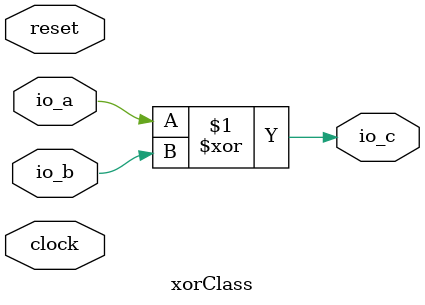
<source format=v>
module xorClass(	// file.cleaned.mlir:2:3
  input  clock,	// file.cleaned.mlir:2:26
         reset,	// file.cleaned.mlir:2:42
         io_a,	// file.cleaned.mlir:2:58
         io_b,	// file.cleaned.mlir:2:73
  output io_c	// file.cleaned.mlir:2:89
);

  assign io_c = io_a ^ io_b;	// file.cleaned.mlir:3:10, :4:5
endmodule


</source>
